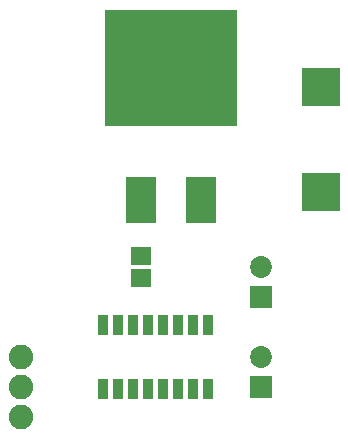
<source format=gts>
G75*
%MOIN*%
%OFA0B0*%
%FSLAX24Y24*%
%IPPOS*%
%LPD*%
%AMOC8*
5,1,8,0,0,1.08239X$1,22.5*
%
%ADD10R,0.0320X0.0690*%
%ADD11R,0.0993X0.1580*%
%ADD12R,0.4411X0.3879*%
%ADD13R,0.0671X0.0592*%
%ADD14R,0.0730X0.0730*%
%ADD15C,0.0730*%
%ADD16C,0.0820*%
%ADD17R,0.1261X0.1261*%
D10*
X004240Y002240D03*
X004740Y002240D03*
X005240Y002240D03*
X005740Y002240D03*
X006240Y002240D03*
X006740Y002240D03*
X007240Y002240D03*
X007740Y002240D03*
X007740Y004360D03*
X007240Y004360D03*
X006740Y004360D03*
X006240Y004360D03*
X005740Y004360D03*
X005240Y004360D03*
X004740Y004360D03*
X004240Y004360D03*
D11*
X005490Y008526D03*
X007490Y008526D03*
D12*
X006490Y012924D03*
D13*
X005490Y006674D03*
X005490Y005926D03*
D14*
X009490Y005300D03*
X009490Y002300D03*
D15*
X009490Y003300D03*
X009490Y006300D03*
D16*
X001490Y001300D03*
X001490Y002300D03*
X001490Y003300D03*
D17*
X011490Y008800D03*
X011490Y012300D03*
M02*

</source>
